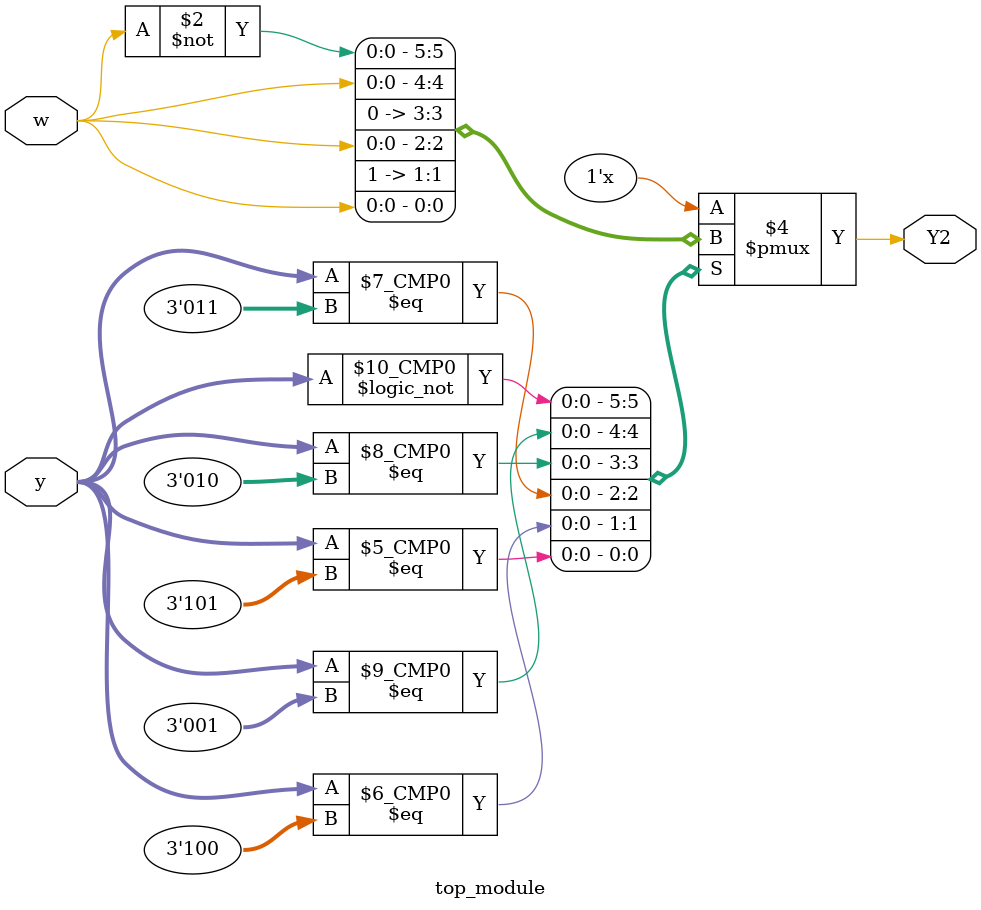
<source format=sv>
module top_module(
    input [3:1] y,
    input w,
    output reg Y2
);

always @(*) begin
    case (y)
        3'b000: Y2 = ~w;
        3'b001: Y2 = w;
        3'b010: Y2 = 1'b0;
        3'b011: Y2 = w;
        3'b100: Y2 = 1'b1;
        3'b101: Y2 = w;
        default: Y2 = 1'bx;
    endcase
end

endmodule

</source>
